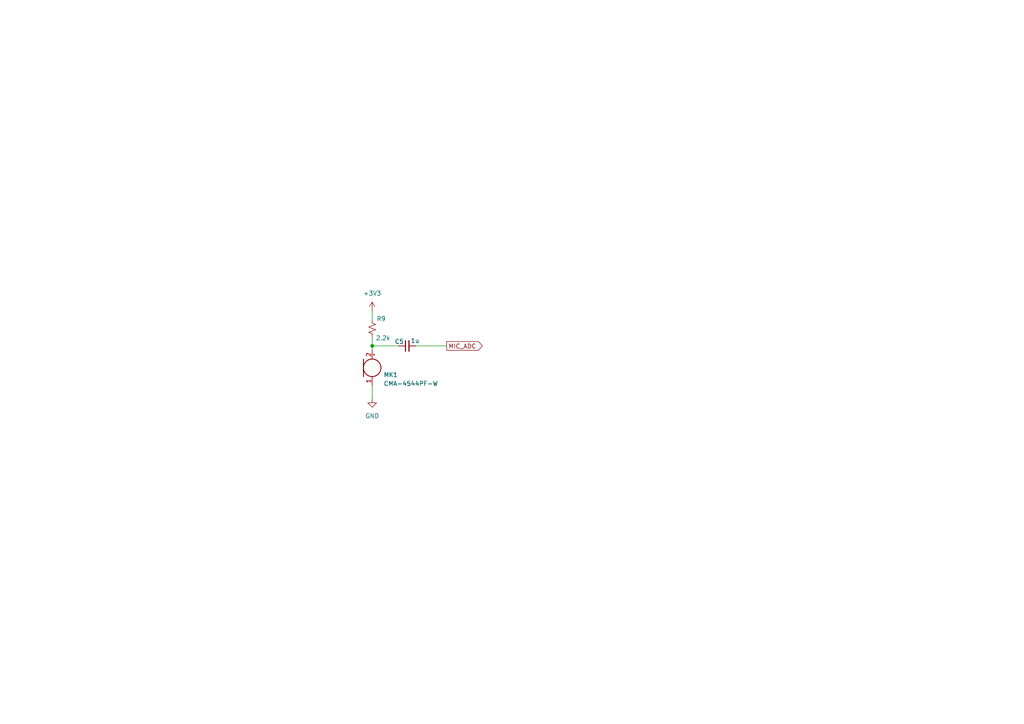
<source format=kicad_sch>
(kicad_sch (version 20250114) (generator "eeschema") (generator_version "9.0")
  (paper "A4")
  (lib_symbols
    (symbol "Device:C_Small" (pin_numbers (hide yes)) (pin_names (offset 0.254) (hide yes))
      (property "Reference" "C" (at 0.254 1.778 0))
      (property "Value" "C_Small" (at 0.254 -2.032 0))
      (symbol "C_Small_0_1"
        (polyline (pts (xy -1.524 0.508) (xy 1.524 0.508)) (stroke (width 0.3048)))
        (polyline (pts (xy -1.524 -0.508) (xy 1.524 -0.508)) (stroke (width 0.3302)))
      )
      (symbol "C_Small_1_1"
        (pin passive line (at 0 2.54 270) (length 2.032) (name "~") (number "1"))
        (pin passive line (at 0 -2.54 90) (length 2.032) (name "~") (number "2"))
      )
    )
    (symbol "Device:Microphone" (pin_names (offset 0.0254) (hide yes))
      (property "Reference" "MK" (at -3.81 1.27 0))
      (property "Value" "Microphone" (at -3.81 -0.635 0))
      (symbol "Microphone_0_1"
        (polyline (pts (xy -2.54 2.54) (xy -2.54 -2.54)) (stroke (width 0.254)))
        (circle (center 0 0) (radius 2.54) (stroke (width 0.254)))
        (polyline (pts (xy 0.254 3.81) (xy 0.762 3.81)))
        (polyline (pts (xy 0.508 4.064) (xy 0.508 3.556)))
      )
      (symbol "Microphone_1_1"
        (pin passive line (at 0 5.08 270) (length 2.54) (name "+") (number "2"))
        (pin passive line (at 0 -5.08 90) (length 2.54) (name "-") (number "1"))
      )
    )
    (symbol "Device:R_Small_US" (pin_numbers (hide yes)) (pin_names (offset 0.254) (hide yes))
      (property "Reference" "R" (at 0.762 0.508 0))
      (property "Value" "R_Small_US" (at 0.762 -1.016 0))
      (symbol "R_Small_US_1_1"
        (polyline (pts (xy 0 1.524) (xy 1.016 1.143) (xy 0 0.762) (xy -1.016 0.381) (xy 0 0)))
        (polyline (pts (xy 0 0) (xy 1.016 -0.381) (xy 0 -0.762) (xy -1.016 -1.143) (xy 0 -1.524)))
        (pin passive line (at 0 2.54 270) (length 1.016) (name "~") (number "1"))
        (pin passive line (at 0 -2.54 90) (length 1.016) (name "~") (number "2"))
      )
    )
    (symbol "power:+3V3" (power) (pin_numbers (hide yes)) (pin_names (offset 0) (hide yes))
      (property "Value" "+3V3" (at 0 3.556 0))
      (symbol "+3V3_0_1"
        (polyline (pts (xy -0.762 1.27) (xy 0 2.54)))
        (polyline (pts (xy 0 2.54) (xy 0.762 1.27)))
        (polyline (pts (xy 0 0) (xy 0 2.54)))
      )
      (symbol "+3V3_1_1"
        (pin power_in line (at 0 0 90) (length 0) (name "~") (number "1"))
      )
    )
    (symbol "power:GND" (power) (pin_numbers (hide yes)) (pin_names (offset 0) (hide yes))
      (property "Value" "GND" (at 0 -3.81 0))
      (symbol "GND_0_1"
        (polyline (pts (xy 0 0) (xy 0 -1.27) (xy 1.27 -1.27) (xy 0 -2.54) (xy -1.27 -1.27) (xy 0 -1.27)))
      )
      (symbol "GND_1_1"
        (pin power_in line (at 0 0 270) (length 0) (name "~") (number "1"))
      )
    )
  )
  (junction (at 107.95 100.33))
  (wire (pts (xy 107.95 100.33) (xy 115.57 100.33)))
  (wire (pts (xy 120.65 100.33) (xy 129.54 100.33)))
  (wire (pts (xy 107.95 100.33) (xy 107.95 101.6)))
  (wire (pts (xy 107.95 97.79) (xy 107.95 100.33)))
  (wire (pts (xy 107.95 90.17) (xy 107.95 92.71)))
  (wire (pts (xy 107.95 111.76) (xy 107.95 115.57)))
  (global_label "MIC_ADC" (shape output) (at 129.54 100.33 0) (property "Intersheetrefs" "${INTERSHEET_REFS}" (effects (hide yes))))
  (symbol (lib_id "power:GND") (at 107.95 115.57 0) (unit 1)
    (property "Reference" "#PWR022" (effects (hide yes)))
    (property "Value" "GND" (at 107.95 120.65 0))
    (property "Description" "Power symbol creates a global label with name \"GND\" , ground" (effects (hide yes)))
  )
  (symbol (lib_id "Device:Microphone") (at 107.95 106.68 0) (unit 1)
    (property "Reference" "MK1" (at 111.252 108.712 0) (effects (justify left)))
    (property "Value" "CMA-4544PF-W" (at 111.252 111.252 0) (effects (justify left)))
    (property "Datasheet" "https://www.digikey.com.br/en/products/detail/same-sky-formerly-cui-devices/CMA-4544PF-W/1869981?s=N4IgTCBcDaIMIFkCCBaALAVjWgCgMRQHUQBdAXyA" (effects (hide yes)))
    (property "Description" "Microphone" (effects (hide yes)))
  )
  (symbol (lib_id "power:+3V3") (at 107.95 90.17 0) (unit 1)
    (property "Reference" "#PWR023" (effects (hide yes)))
    (property "Value" "+3V3" (at 107.95 85.09 0))
    (property "Description" "Power symbol creates a global label with name \"+3V3\"" (effects (hide yes)))
  )
  (symbol (lib_id "Device:R_Small_US") (at 107.95 95.25 0) (unit 1)
    (property "Reference" "R9" (at 109.22 92.456 0) (effects (justify left)))
    (property "Value" "2.2k" (at 108.966 98.044 0) (effects (justify left)))
    (property "Footprint" "Resistor_SMD:R_0402_1005Metric" (effects (hide yes)))
    (property "Datasheet" "https://www.digikey.com.br/pt/products/detail/panasonic-electronic-components/ERA-2AEB222X/1706013" (effects (hide yes)))
    (property "Description" "Resistor, small US symbol" (effects (hide yes)))
  )
  (symbol (lib_id "Device:C_Small") (at 118.11 100.33 90) (unit 1)
    (property "Reference" "C5" (at 115.824 99.06 90))
    (property "Value" "1u" (at 120.396 98.806 90))
    (property "Footprint" "Capacitor_SMD:C_0402_1005Metric" (effects (hide yes)))
    (property "Datasheet" "https://www.digikey.com.br/en/products/detail/taiyo-yuden/EMK105BJ105KV-F/2230262" (effects (hide yes)))
    (property "Description" "Unpolarized capacitor, small symbol" (effects (hide yes)))
  )
)
</source>
